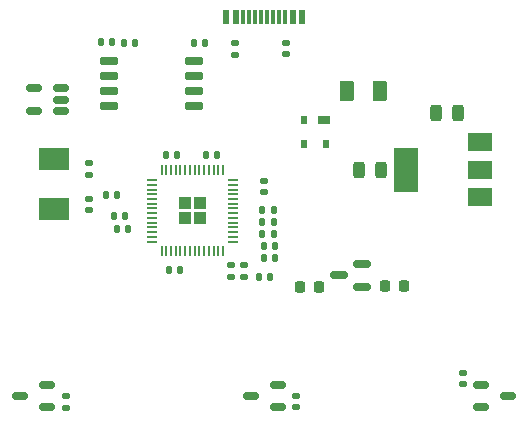
<source format=gbr>
%TF.GenerationSoftware,KiCad,Pcbnew,(7.0.0-0)*%
%TF.CreationDate,2023-03-14T21:41:36-05:00*%
%TF.ProjectId,RP2040_minimal,52503230-3430-45f6-9d69-6e696d616c2e,REV1*%
%TF.SameCoordinates,Original*%
%TF.FileFunction,Paste,Top*%
%TF.FilePolarity,Positive*%
%FSLAX46Y46*%
G04 Gerber Fmt 4.6, Leading zero omitted, Abs format (unit mm)*
G04 Created by KiCad (PCBNEW (7.0.0-0)) date 2023-03-14 21:41:36*
%MOMM*%
%LPD*%
G01*
G04 APERTURE LIST*
G04 Aperture macros list*
%AMRoundRect*
0 Rectangle with rounded corners*
0 $1 Rounding radius*
0 $2 $3 $4 $5 $6 $7 $8 $9 X,Y pos of 4 corners*
0 Add a 4 corners polygon primitive as box body*
4,1,4,$2,$3,$4,$5,$6,$7,$8,$9,$2,$3,0*
0 Add four circle primitives for the rounded corners*
1,1,$1+$1,$2,$3*
1,1,$1+$1,$4,$5*
1,1,$1+$1,$6,$7*
1,1,$1+$1,$8,$9*
0 Add four rect primitives between the rounded corners*
20,1,$1+$1,$2,$3,$4,$5,0*
20,1,$1+$1,$4,$5,$6,$7,0*
20,1,$1+$1,$6,$7,$8,$9,0*
20,1,$1+$1,$8,$9,$2,$3,0*%
G04 Aperture macros list end*
%ADD10RoundRect,0.243750X0.243750X0.456250X-0.243750X0.456250X-0.243750X-0.456250X0.243750X-0.456250X0*%
%ADD11RoundRect,0.147500X-0.147500X-0.172500X0.147500X-0.172500X0.147500X0.172500X-0.147500X0.172500X0*%
%ADD12RoundRect,0.147500X0.147500X0.172500X-0.147500X0.172500X-0.147500X-0.172500X0.147500X-0.172500X0*%
%ADD13R,2.000000X1.500000*%
%ADD14R,2.000000X3.800000*%
%ADD15RoundRect,0.150000X-0.650000X-0.150000X0.650000X-0.150000X0.650000X0.150000X-0.650000X0.150000X0*%
%ADD16RoundRect,0.147500X-0.172500X0.147500X-0.172500X-0.147500X0.172500X-0.147500X0.172500X0.147500X0*%
%ADD17RoundRect,0.250000X-0.292217X0.292217X-0.292217X-0.292217X0.292217X-0.292217X0.292217X0.292217X0*%
%ADD18RoundRect,0.050000X-0.050000X0.387500X-0.050000X-0.387500X0.050000X-0.387500X0.050000X0.387500X0*%
%ADD19RoundRect,0.050000X-0.387500X0.050000X-0.387500X-0.050000X0.387500X-0.050000X0.387500X0.050000X0*%
%ADD20RoundRect,0.147500X0.172500X-0.147500X0.172500X0.147500X-0.172500X0.147500X-0.172500X-0.147500X0*%
%ADD21R,2.600000X1.900000*%
%ADD22RoundRect,0.140000X0.140000X0.170000X-0.140000X0.170000X-0.140000X-0.170000X0.140000X-0.170000X0*%
%ADD23RoundRect,0.150000X0.512500X0.150000X-0.512500X0.150000X-0.512500X-0.150000X0.512500X-0.150000X0*%
%ADD24RoundRect,0.225000X0.225000X0.250000X-0.225000X0.250000X-0.225000X-0.250000X0.225000X-0.250000X0*%
%ADD25RoundRect,0.150000X-0.512500X-0.150000X0.512500X-0.150000X0.512500X0.150000X-0.512500X0.150000X0*%
%ADD26R,1.000000X0.700000*%
%ADD27R,0.600000X0.700000*%
%ADD28RoundRect,0.150000X0.587500X0.150000X-0.587500X0.150000X-0.587500X-0.150000X0.587500X-0.150000X0*%
%ADD29RoundRect,0.140000X-0.170000X0.140000X-0.170000X-0.140000X0.170000X-0.140000X0.170000X0.140000X0*%
%ADD30RoundRect,0.140000X-0.140000X-0.170000X0.140000X-0.170000X0.140000X0.170000X-0.140000X0.170000X0*%
%ADD31R,0.600000X1.150000*%
%ADD32R,0.300000X1.150000*%
%ADD33RoundRect,0.250000X-0.375000X-0.625000X0.375000X-0.625000X0.375000X0.625000X-0.375000X0.625000X0*%
G04 APERTURE END LIST*
D10*
%TO.C,C2*%
X9907500Y19150000D03*
X8032500Y19150000D03*
%TD*%
D11*
%TO.C,C12*%
X-45000Y11682500D03*
X925000Y11682500D03*
%TD*%
%TO.C,C11*%
X-45000Y12682500D03*
X925000Y12682500D03*
%TD*%
D12*
%TO.C,C8*%
X-7115000Y10635000D03*
X-8085000Y10635000D03*
%TD*%
D13*
%TO.C,U1*%
X18279999Y16879999D03*
X18279999Y19179999D03*
D14*
X11979999Y19179999D03*
D13*
X18279999Y21479999D03*
%TD*%
D15*
%TO.C,U4*%
X-13155000Y28412500D03*
X-13155000Y27142500D03*
X-13155000Y25872500D03*
X-13155000Y24602500D03*
X-5955000Y24602500D03*
X-5955000Y25872500D03*
X-5955000Y27142500D03*
X-5955000Y28412500D03*
%TD*%
D16*
%TO.C,C17*%
X-14792519Y16724000D03*
X-14792519Y15754000D03*
%TD*%
D11*
%TO.C,C5*%
X-160000Y15715000D03*
X810000Y15715000D03*
%TD*%
D12*
%TO.C,C7*%
X-3992500Y20402500D03*
X-4962500Y20402500D03*
%TD*%
%TO.C,C10*%
X-11740000Y15279000D03*
X-12710000Y15279000D03*
%TD*%
%TO.C,R5*%
X810876Y14697500D03*
X-159124Y14697500D03*
%TD*%
%TO.C,C4*%
X-11500000Y14172500D03*
X-12470000Y14172500D03*
%TD*%
D10*
%TO.C,C1*%
X16387500Y23940000D03*
X14512500Y23940000D03*
%TD*%
D12*
%TO.C,C6*%
X-7342500Y20432500D03*
X-8312500Y20432500D03*
%TD*%
D17*
%TO.C,U5*%
X-5447500Y16322500D03*
X-6722500Y16322500D03*
X-5447500Y15047500D03*
X-6722500Y15047500D03*
D18*
X-3485000Y19122500D03*
X-3885000Y19122500D03*
X-4285000Y19122500D03*
X-4685000Y19122500D03*
X-5085000Y19122500D03*
X-5485000Y19122500D03*
X-5885000Y19122500D03*
X-6285000Y19122500D03*
X-6685000Y19122500D03*
X-7085000Y19122500D03*
X-7485000Y19122500D03*
X-7885000Y19122500D03*
X-8285000Y19122500D03*
X-8685000Y19122500D03*
D19*
X-9522500Y18285000D03*
X-9522500Y17885000D03*
X-9522500Y17485000D03*
X-9522500Y17085000D03*
X-9522500Y16685000D03*
X-9522500Y16285000D03*
X-9522500Y15885000D03*
X-9522500Y15485000D03*
X-9522500Y15085000D03*
X-9522500Y14685000D03*
X-9522500Y14285000D03*
X-9522500Y13885000D03*
X-9522500Y13485000D03*
X-9522500Y13085000D03*
D18*
X-8685000Y12247500D03*
X-8285000Y12247500D03*
X-7885000Y12247500D03*
X-7485000Y12247500D03*
X-7085000Y12247500D03*
X-6685000Y12247500D03*
X-6285000Y12247500D03*
X-5885000Y12247500D03*
X-5485000Y12247500D03*
X-5085000Y12247500D03*
X-4685000Y12247500D03*
X-4285000Y12247500D03*
X-3885000Y12247500D03*
X-3485000Y12247500D03*
D19*
X-2647500Y13085000D03*
X-2647500Y13485000D03*
X-2647500Y13885000D03*
X-2647500Y14285000D03*
X-2647500Y14685000D03*
X-2647500Y15085000D03*
X-2647500Y15485000D03*
X-2647500Y15885000D03*
X-2647500Y16285000D03*
X-2647500Y16685000D03*
X-2647500Y17085000D03*
X-2647500Y17485000D03*
X-2647500Y17885000D03*
X-2647500Y18285000D03*
%TD*%
D20*
%TO.C,C16*%
X-14792519Y18724000D03*
X-14792519Y19694000D03*
%TD*%
D12*
%TO.C,R6*%
X810876Y13697500D03*
X-159124Y13697500D03*
%TD*%
D20*
%TO.C,C3*%
X10000Y17255000D03*
X10000Y18225000D03*
%TD*%
D11*
%TO.C,C15*%
X-5940000Y29907500D03*
X-4970000Y29907500D03*
%TD*%
D12*
%TO.C,R8*%
X-12422519Y17024000D03*
X-13392519Y17024000D03*
%TD*%
D21*
%TO.C,Y1*%
X-17816837Y20112499D03*
X-17816837Y15812499D03*
%TD*%
D22*
%TO.C,R9*%
X-10910000Y29930000D03*
X-11870000Y29930000D03*
%TD*%
D23*
%TO.C,Q1*%
X-17220000Y24160000D03*
X-17220000Y25110000D03*
X-17220000Y26060000D03*
X-19495000Y26060000D03*
X-19495000Y24160000D03*
%TD*%
D24*
%TO.C,R4*%
X4610000Y9220000D03*
X3060000Y9220000D03*
%TD*%
D25*
%TO.C,S3*%
X18362500Y950000D03*
X18362500Y-950000D03*
X20637500Y0D03*
%TD*%
D24*
%TO.C,R1*%
X11820000Y9320000D03*
X10270000Y9320000D03*
%TD*%
D26*
%TO.C,U3*%
X5039999Y23334999D03*
D27*
X3339999Y23334999D03*
X3339999Y21334999D03*
X5239999Y21334999D03*
%TD*%
D23*
%TO.C,S2*%
X1137500Y-950000D03*
X1137500Y950000D03*
X-1137500Y0D03*
%TD*%
D28*
%TO.C,U2*%
X8250000Y9260000D03*
X8250000Y11160000D03*
X6375000Y10210000D03*
%TD*%
D29*
%TO.C,R2*%
X1854000Y29896000D03*
X1854000Y28936000D03*
%TD*%
D11*
%TO.C,C14*%
X-445000Y10050000D03*
X525000Y10050000D03*
%TD*%
D23*
%TO.C,S1*%
X-18362500Y-950000D03*
X-18362500Y950000D03*
X-20637500Y0D03*
%TD*%
D29*
%TO.C,C18*%
X-16810000Y-20000D03*
X-16810000Y-980000D03*
%TD*%
D16*
%TO.C,C9*%
X-2775000Y11057500D03*
X-2775000Y10087500D03*
%TD*%
%TO.C,C13*%
X-1745000Y11057500D03*
X-1745000Y10087500D03*
%TD*%
D29*
%TO.C,C20*%
X16840000Y1956000D03*
X16840000Y996000D03*
%TD*%
%TO.C,R3*%
X-2430000Y29880000D03*
X-2430000Y28920000D03*
%TD*%
%TO.C,C19*%
X2700000Y40000D03*
X2700000Y-920000D03*
%TD*%
D30*
%TO.C,R7*%
X-13810000Y29940000D03*
X-12850000Y29940000D03*
%TD*%
D31*
%TO.C,P1*%
X3199999Y32124999D03*
X2399999Y32124999D03*
D32*
X1249999Y32124999D03*
X249999Y32124999D03*
X-249999Y32124999D03*
X-1249999Y32124999D03*
D31*
X-2399999Y32124999D03*
X-3199999Y32124999D03*
X-3199999Y32124999D03*
X-2399999Y32124999D03*
D32*
X-1749999Y32124999D03*
X-749999Y32124999D03*
X749999Y32124999D03*
X1749999Y32124999D03*
D31*
X2399999Y32124999D03*
X3199999Y32124999D03*
%TD*%
D33*
%TO.C,F1*%
X7030000Y25840000D03*
X9830000Y25840000D03*
%TD*%
M02*

</source>
